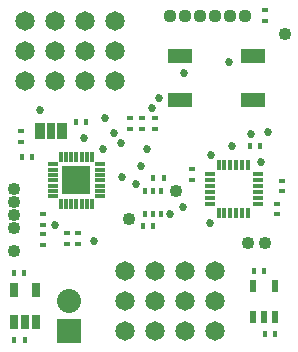
<source format=gts>
G04 #@! TF.FileFunction,Soldermask,Top*
%FSLAX46Y46*%
G04 Gerber Fmt 4.6, Leading zero omitted, Abs format (unit mm)*
G04 Created by KiCad (PCBNEW (2014-12-04 BZR 5312)-product) date 1/18/2015 1:46:40 PM*
%MOMM*%
G01*
G04 APERTURE LIST*
%ADD10C,0.100000*%
%ADD11R,0.900000X1.400000*%
%ADD12R,0.753200X1.403200*%
%ADD13R,0.903200X1.403200*%
%ADD14R,0.599440X0.398780*%
%ADD15R,0.398780X0.599440*%
%ADD16R,0.600000X0.400000*%
%ADD17R,0.570000X1.020000*%
%ADD18R,0.900800X0.400800*%
%ADD19R,0.400800X0.850800*%
%ADD20O,0.368920X0.920000*%
%ADD21O,0.920000X0.368920*%
%ADD22R,2.453200X2.453200*%
%ADD23C,1.083200*%
%ADD24R,2.032000X2.032000*%
%ADD25O,2.032000X2.032000*%
%ADD26R,2.000000X1.200000*%
%ADD27C,1.117600*%
%ADD28R,0.420000X0.600000*%
%ADD29R,0.702400X1.152400*%
%ADD30C,1.644000*%
%ADD31R,0.400000X0.600000*%
%ADD32C,0.685800*%
G04 APERTURE END LIST*
D10*
D11*
X51511200Y-38676580D03*
D12*
X50561200Y-38676580D03*
D13*
X49611200Y-38666580D03*
D14*
X51876960Y-47312580D03*
X51876960Y-48211740D03*
D15*
X53534500Y-37924880D03*
X52635340Y-37924880D03*
D14*
X52882800Y-47312580D03*
X52882800Y-48211740D03*
X68689580Y-28451400D03*
X68689580Y-29350560D03*
D15*
X69545520Y-55800100D03*
X68646360Y-55800100D03*
X67719260Y-50529600D03*
X68618420Y-50529600D03*
X47425120Y-56354700D03*
X48324280Y-56354700D03*
X47399720Y-50665100D03*
X48298880Y-50665100D03*
D14*
X69677280Y-44808140D03*
X69677280Y-45707300D03*
X70111620Y-42847260D03*
X70111620Y-43746420D03*
D15*
X67378580Y-39944040D03*
X68277740Y-39944040D03*
D14*
X62499240Y-42811700D03*
X62499240Y-41912540D03*
X49884920Y-47375300D03*
X49884920Y-48274460D03*
D16*
X49884920Y-46574880D03*
X49884920Y-45674880D03*
X59349640Y-37583960D03*
X59349640Y-38483960D03*
D17*
X67660840Y-54441200D03*
X68610840Y-54441200D03*
X69560840Y-54441200D03*
X69560840Y-51741200D03*
X67660840Y-51741200D03*
D18*
X64015970Y-42321670D03*
X64015970Y-42821670D03*
X64015970Y-43321670D03*
X64015970Y-43821670D03*
X64015970Y-44321670D03*
X64015970Y-44821670D03*
D19*
X64745970Y-45561670D03*
X65245970Y-45561670D03*
X65745970Y-45561670D03*
X66245970Y-45561670D03*
X66745970Y-45561670D03*
X67245970Y-45561670D03*
D18*
X68045970Y-44821670D03*
D19*
X64745970Y-41561670D03*
X65245970Y-41561670D03*
X65745970Y-41561670D03*
X66245970Y-41561670D03*
X66745970Y-41561670D03*
X67245970Y-41561670D03*
D18*
X68045970Y-44321670D03*
X68045970Y-43821670D03*
X68045970Y-43321670D03*
X68045970Y-42821670D03*
X68045970Y-42321670D03*
D20*
X54067900Y-40823200D03*
X53617900Y-40823200D03*
X53167900Y-40823200D03*
X52717900Y-40823200D03*
X52267900Y-40823200D03*
X51817900Y-40823200D03*
X51367900Y-40823200D03*
D21*
X50717900Y-41473200D03*
X50717900Y-41923200D03*
X50717900Y-42373200D03*
X50717900Y-42823200D03*
X50717900Y-43273200D03*
X50717900Y-43723200D03*
X50717900Y-44173200D03*
D20*
X51367900Y-44823200D03*
X51817900Y-44823200D03*
X52267900Y-44823200D03*
X52717900Y-44823200D03*
X53167900Y-44823200D03*
X53617900Y-44823200D03*
X54067900Y-44823200D03*
D21*
X54717900Y-44173200D03*
X54717900Y-43723200D03*
X54717900Y-43273200D03*
X54717900Y-42823200D03*
X54717900Y-42373200D03*
X54717900Y-41923200D03*
X54717900Y-41473200D03*
D22*
X52717900Y-42823200D03*
D15*
X48991520Y-40827960D03*
X48092360Y-40827960D03*
D16*
X48023780Y-38660920D03*
X48023780Y-39560920D03*
D23*
X47384920Y-45724880D03*
X47384920Y-44624880D03*
X47384920Y-46824880D03*
X70335140Y-30429200D03*
X57184920Y-46124880D03*
X61184920Y-43724880D03*
X47384920Y-43524880D03*
D24*
X52084920Y-55594880D03*
D25*
X52084920Y-53054880D03*
D23*
X67246500Y-48143160D03*
X68668900Y-48112680D03*
X47384920Y-48824880D03*
D26*
X61462920Y-35996880D03*
X61462920Y-32296880D03*
X67662920Y-32296880D03*
X67662920Y-35996880D03*
D27*
X60635240Y-28883200D03*
X61905240Y-28883200D03*
X63175240Y-28883200D03*
X64445240Y-28883200D03*
X65715240Y-28883200D03*
X66985240Y-28883200D03*
D28*
X59207400Y-45648920D03*
X59207400Y-43748920D03*
X59857400Y-45648920D03*
X59857400Y-43748920D03*
X58557400Y-43748920D03*
X58557400Y-45648920D03*
D29*
X47397180Y-54815460D03*
X48347180Y-54815460D03*
X49297180Y-54815460D03*
X49297180Y-52115460D03*
X47397180Y-52115460D03*
D30*
X55984920Y-34424880D03*
X53444920Y-34424880D03*
X50904920Y-34424880D03*
X48364920Y-34424880D03*
X55984920Y-31884880D03*
X53444920Y-31884880D03*
X50904920Y-31884880D03*
X48364920Y-31884880D03*
X55984920Y-29344880D03*
X53444920Y-29344880D03*
X50904920Y-29344880D03*
X48364920Y-29344880D03*
X56784920Y-50524880D03*
X59324920Y-50524880D03*
X61864920Y-50524880D03*
X64404920Y-50524880D03*
X56784920Y-53064880D03*
X59324920Y-53064880D03*
X61864920Y-53064880D03*
X64404920Y-53064880D03*
X56784920Y-55604880D03*
X59324920Y-55604880D03*
X61864920Y-55604880D03*
X64404920Y-55604880D03*
D16*
X57246520Y-37594120D03*
X57246520Y-38494120D03*
D31*
X59219680Y-42636440D03*
X60119680Y-42636440D03*
X59212900Y-46708060D03*
X58312900Y-46708060D03*
D16*
X58298080Y-37589040D03*
X58298080Y-38489040D03*
D32*
X50937160Y-46581060D03*
X53314810Y-39224880D03*
X55135780Y-37581840D03*
X61813440Y-33769300D03*
X65615820Y-32842200D03*
X68940680Y-38701980D03*
X64129920Y-40667940D03*
X64058800Y-46476920D03*
X54175660Y-47990760D03*
X49649380Y-36888420D03*
X53481700Y-42062400D03*
X52717900Y-42823200D03*
X53456300Y-43561000D03*
X51983100Y-43561000D03*
X51983100Y-42087800D03*
X56578500Y-42575480D03*
X58211730Y-41607740D03*
X67520820Y-38948360D03*
X57741820Y-43152010D03*
X60622180Y-45651420D03*
X56525160Y-39657020D03*
X59146440Y-36677600D03*
X55882540Y-38839140D03*
X59723020Y-35859720D03*
X61770260Y-45072300D03*
X54983380Y-40157400D03*
X68353940Y-41305480D03*
X65913000Y-39923720D03*
X58691780Y-40149780D03*
M02*

</source>
